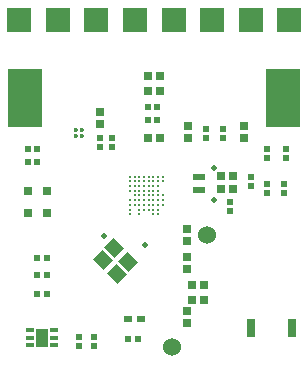
<source format=gtp>
G04 Layer_Color=8421504*
%FSLAX24Y24*%
%MOIN*%
G70*
G01*
G75*
%ADD17R,0.0283X0.0283*%
%ADD18R,0.0287X0.0291*%
%ADD19R,0.0256X0.0256*%
%ADD20R,0.0291X0.0591*%
%ADD21R,0.0283X0.0283*%
%ADD22R,0.1181X0.1968*%
%ADD24R,0.0787X0.0787*%
%ADD25R,0.0291X0.0287*%
%ADD26R,0.0276X0.0197*%
%ADD27R,0.0394X0.0197*%
G04:AMPARAMS|DCode=28|XSize=47.2mil|YSize=43.3mil|CornerRadius=0mil|HoleSize=0mil|Usage=FLASHONLY|Rotation=135.000|XOffset=0mil|YOffset=0mil|HoleType=Round|Shape=Rectangle|*
%AMROTATEDRECTD28*
4,1,4,0.0320,-0.0014,0.0014,-0.0320,-0.0320,0.0014,-0.0014,0.0320,0.0320,-0.0014,0.0*
%
%ADD28ROTATEDRECTD28*%

%ADD29R,0.0315X0.0315*%
%ADD30R,0.0394X0.0630*%
%ADD31R,0.0276X0.0118*%
%ADD32R,0.0217X0.0217*%
%ADD33R,0.0217X0.0217*%
%ADD34R,0.0205X0.0220*%
%ADD35R,0.0220X0.0205*%
%ADD36C,0.0083*%
%ADD37C,0.0197*%
%ADD38C,0.0600*%
%ADD51C,0.0142*%
D17*
X7240Y6300D02*
D03*
X7634D02*
D03*
X7240Y5860D02*
D03*
X7634D02*
D03*
X6256Y2170D02*
D03*
X6650D02*
D03*
X4803Y9140D02*
D03*
X5197D02*
D03*
X4803Y9650D02*
D03*
X5197D02*
D03*
D18*
X4795Y7590D02*
D03*
X5200D02*
D03*
X6660Y2670D02*
D03*
X6254D02*
D03*
D19*
X3180Y8040D02*
D03*
Y8434D02*
D03*
X6100Y4143D02*
D03*
Y4537D02*
D03*
D20*
X9581Y1250D02*
D03*
X8240D02*
D03*
D21*
X6097Y3595D02*
D03*
Y3201D02*
D03*
X6140Y7590D02*
D03*
Y7984D02*
D03*
X7990Y7590D02*
D03*
Y7984D02*
D03*
D22*
X700Y8910D02*
D03*
X9300Y8920D02*
D03*
D24*
X8223Y11500D02*
D03*
X4361D02*
D03*
X6936D02*
D03*
X5649D02*
D03*
X1787D02*
D03*
X500D02*
D03*
X9500D02*
D03*
X3074D02*
D03*
D25*
X6100Y1813D02*
D03*
Y1407D02*
D03*
D26*
X4560Y1540D02*
D03*
X4143D02*
D03*
D27*
X6499Y5859D02*
D03*
Y6293D02*
D03*
D28*
X4143Y3427D02*
D03*
X3670Y3900D02*
D03*
X3280Y3510D02*
D03*
X3754Y3037D02*
D03*
D29*
X1415Y5066D02*
D03*
Y5814D02*
D03*
X785D02*
D03*
Y5066D02*
D03*
D30*
X1260Y920D02*
D03*
D31*
X1673Y664D02*
D03*
Y920D02*
D03*
Y1176D02*
D03*
X847Y664D02*
D03*
Y920D02*
D03*
Y1176D02*
D03*
D32*
X8230Y6277D02*
D03*
Y5963D02*
D03*
X9380Y6910D02*
D03*
Y7225D02*
D03*
X8770D02*
D03*
Y6910D02*
D03*
D33*
X1105Y3590D02*
D03*
X1420D02*
D03*
X1417Y3000D02*
D03*
X1103D02*
D03*
X1417Y2390D02*
D03*
X1103D02*
D03*
X4143Y860D02*
D03*
X4458D02*
D03*
D34*
X3610Y7281D02*
D03*
Y7580D02*
D03*
X7540Y5430D02*
D03*
Y5130D02*
D03*
X3180Y7281D02*
D03*
Y7580D02*
D03*
X7290Y7889D02*
D03*
Y7590D02*
D03*
X6720Y7889D02*
D03*
Y7590D02*
D03*
X9340Y5740D02*
D03*
Y6040D02*
D03*
X3000Y640D02*
D03*
Y940D02*
D03*
X2480Y640D02*
D03*
Y940D02*
D03*
X8750Y5740D02*
D03*
Y6040D02*
D03*
D35*
X780Y6790D02*
D03*
X1080D02*
D03*
X780Y7220D02*
D03*
X1080D02*
D03*
X5099Y8180D02*
D03*
X4800D02*
D03*
X5099Y8600D02*
D03*
X4800D02*
D03*
D36*
X4503Y5190D02*
D03*
X4660D02*
D03*
X5132Y5820D02*
D03*
X4660Y6135D02*
D03*
X4817D02*
D03*
X4975D02*
D03*
X4660Y6292D02*
D03*
X4188D02*
D03*
X4345D02*
D03*
X4503D02*
D03*
X4817D02*
D03*
X4975D02*
D03*
X5132D02*
D03*
X5290D02*
D03*
X4188Y6135D02*
D03*
X4345D02*
D03*
X4503D02*
D03*
X5132D02*
D03*
X5290D02*
D03*
X4188Y5977D02*
D03*
X4345D02*
D03*
X4503D02*
D03*
X4660D02*
D03*
X4817D02*
D03*
X4975D02*
D03*
X5132D02*
D03*
X4188Y5820D02*
D03*
X4345D02*
D03*
X4503D02*
D03*
X4660D02*
D03*
X4817D02*
D03*
X4975D02*
D03*
X4345Y5663D02*
D03*
X4503D02*
D03*
X4660D02*
D03*
X4817D02*
D03*
X4975D02*
D03*
X5132D02*
D03*
X5290D02*
D03*
X4188Y5505D02*
D03*
X4345D02*
D03*
X4503D02*
D03*
X4660D02*
D03*
X4817D02*
D03*
X4975D02*
D03*
X5132D02*
D03*
X5290D02*
D03*
X4188Y5348D02*
D03*
X4345D02*
D03*
X4503D02*
D03*
X4660D02*
D03*
X4817D02*
D03*
X4975D02*
D03*
X5132D02*
D03*
X5290D02*
D03*
X4188Y5190D02*
D03*
X4817D02*
D03*
X4975D02*
D03*
X5132D02*
D03*
X4188Y5033D02*
D03*
X4503D02*
D03*
X4975D02*
D03*
X5132D02*
D03*
D37*
X6990Y6580D02*
D03*
Y5510D02*
D03*
X4703Y4003D02*
D03*
X3320Y4300D02*
D03*
D38*
X5580Y600D02*
D03*
X6770Y4350D02*
D03*
D51*
X2392Y7642D02*
D03*
Y7838D02*
D03*
X2588Y7642D02*
D03*
Y7838D02*
D03*
M02*

</source>
